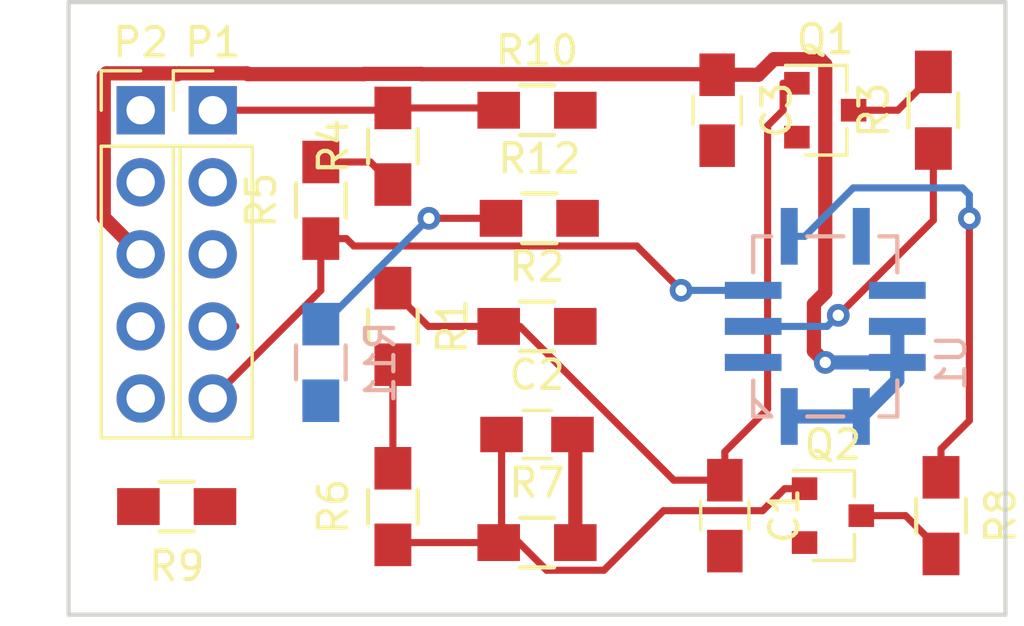
<source format=kicad_pcb>
(kicad_pcb (version 20170123) (host pcbnew no-vcs-found-7545~57~ubuntu16.04.1)

  (general
    (links 38)
    (no_connects 17)
    (area 102.794999 38.024999 135.965001 59.765001)
    (thickness 1.6)
    (drawings 5)
    (tracks 106)
    (zones 0)
    (modules 20)
    (nets 19)
  )

  (page A4)
  (layers
    (0 F.Cu signal)
    (31 B.Cu signal)
    (32 B.Adhes user)
    (33 F.Adhes user)
    (34 B.Paste user)
    (35 F.Paste user)
    (36 B.SilkS user)
    (37 F.SilkS user)
    (38 B.Mask user)
    (39 F.Mask user)
    (40 Dwgs.User user)
    (41 Cmts.User user)
    (42 Eco1.User user)
    (43 Eco2.User user)
    (44 Edge.Cuts user)
    (45 Margin user)
    (46 B.CrtYd user)
    (47 F.CrtYd user)
    (48 B.Fab user)
    (49 F.Fab user)
  )

  (setup
    (last_trace_width 0.25)
    (trace_clearance 0.2)
    (zone_clearance 0.508)
    (zone_45_only no)
    (trace_min 0.2)
    (segment_width 0.2)
    (edge_width 0.15)
    (via_size 0.8)
    (via_drill 0.4)
    (via_min_size 0.4)
    (via_min_drill 0.3)
    (uvia_size 0.3)
    (uvia_drill 0.1)
    (uvias_allowed no)
    (uvia_min_size 0.2)
    (uvia_min_drill 0.1)
    (pcb_text_width 0.3)
    (pcb_text_size 1.5 1.5)
    (mod_edge_width 0.15)
    (mod_text_size 1 1)
    (mod_text_width 0.15)
    (pad_size 1.524 1.524)
    (pad_drill 0.762)
    (pad_to_mask_clearance 0.2)
    (aux_axis_origin 0 0)
    (visible_elements 7FFFFFFF)
    (pcbplotparams
      (layerselection 0x00030_ffffffff)
      (usegerberextensions false)
      (excludeedgelayer true)
      (linewidth 0.100000)
      (plotframeref false)
      (viasonmask false)
      (mode 1)
      (useauxorigin false)
      (hpglpennumber 1)
      (hpglpenspeed 20)
      (hpglpendiameter 15)
      (psnegative false)
      (psa4output false)
      (plotreference true)
      (plotvalue true)
      (plotinvisibletext false)
      (padsonsilk false)
      (subtractmaskfromsilk false)
      (outputformat 1)
      (mirror false)
      (drillshape 0)
      (scaleselection 1)
      (outputdirectory ""))
  )

  (net 0 "")
  (net 1 "Net-(Q1-Pad3)")
  (net 2 GND)
  (net 3 "Net-(C1-Pad1)")
  (net 4 "Net-(R3-Pad1)")
  (net 5 +5V)
  (net 6 "Net-(R8-Pad1)")
  (net 7 "Net-(Q2-Pad3)")
  (net 8 /FET_DRIVE)
  (net 9 "Net-(U1-Pad1)")
  (net 10 NO2)
  (net 11 CO)
  (net 12 "Net-(U1-Pad6)")
  (net 13 NO2_SCALE_1)
  (net 14 FET)
  (net 15 CO_SCALE_1)
  (net 16 NO2_SCALE_2)
  (net 17 "Net-(P2-Pad1)")
  (net 18 CO_SCALE_2)

  (net_class Default "This is the default net class."
    (clearance 0.2)
    (trace_width 0.25)
    (via_dia 0.8)
    (via_drill 0.4)
    (uvia_dia 0.3)
    (uvia_drill 0.1)
    (add_net /FET_DRIVE)
    (add_net CO)
    (add_net CO_SCALE_1)
    (add_net CO_SCALE_2)
    (add_net FET)
    (add_net NO2)
    (add_net NO2_SCALE_1)
    (add_net NO2_SCALE_2)
    (add_net "Net-(C1-Pad1)")
    (add_net "Net-(P2-Pad1)")
    (add_net "Net-(Q1-Pad3)")
    (add_net "Net-(Q2-Pad3)")
    (add_net "Net-(R3-Pad1)")
    (add_net "Net-(R8-Pad1)")
    (add_net "Net-(U1-Pad1)")
    (add_net "Net-(U1-Pad6)")
  )

  (net_class Alimentazione ""
    (clearance 0.2)
    (trace_width 0.5)
    (via_dia 0.8)
    (via_drill 0.4)
    (uvia_dia 0.3)
    (uvia_drill 0.1)
    (add_net +5V)
    (add_net GND)
  )

  (module Resistors_SMD:R_0805_HandSoldering (layer F.Cu) (tedit 58307B90) (tstamp 589CE129)
    (at 106.68 55.88 180)
    (descr "Resistor SMD 0805, hand soldering")
    (tags "resistor 0805")
    (path /58964DF4)
    (attr smd)
    (fp_text reference R9 (at 0 -2.1 180) (layer F.SilkS)
      (effects (font (size 1 1) (thickness 0.15)))
    )
    (fp_text value 10K (at 0 2.1 180) (layer F.Fab)
      (effects (font (size 1 1) (thickness 0.15)))
    )
    (fp_line (start -1 0.625) (end -1 -0.625) (layer F.Fab) (width 0.1))
    (fp_line (start 1 0.625) (end -1 0.625) (layer F.Fab) (width 0.1))
    (fp_line (start 1 -0.625) (end 1 0.625) (layer F.Fab) (width 0.1))
    (fp_line (start -1 -0.625) (end 1 -0.625) (layer F.Fab) (width 0.1))
    (fp_line (start -2.4 -1) (end 2.4 -1) (layer F.CrtYd) (width 0.05))
    (fp_line (start -2.4 1) (end 2.4 1) (layer F.CrtYd) (width 0.05))
    (fp_line (start -2.4 -1) (end -2.4 1) (layer F.CrtYd) (width 0.05))
    (fp_line (start 2.4 -1) (end 2.4 1) (layer F.CrtYd) (width 0.05))
    (fp_line (start 0.6 0.875) (end -0.6 0.875) (layer F.SilkS) (width 0.15))
    (fp_line (start -0.6 -0.875) (end 0.6 -0.875) (layer F.SilkS) (width 0.15))
    (pad 1 smd rect (at -1.35 0 180) (size 1.5 1.3) (layers F.Cu F.Paste F.Mask)
      (net 11 CO))
    (pad 2 smd rect (at 1.35 0 180) (size 1.5 1.3) (layers F.Cu F.Paste F.Mask)
      (net 15 CO_SCALE_1))
    (model Resistors_SMD.3dshapes/R_0805_HandSoldering.wrl
      (at (xyz 0 0 0))
      (scale (xyz 1 1 1))
      (rotate (xyz 0 0 0))
    )
  )

  (module Resistors_SMD:R_0805_HandSoldering (layer F.Cu) (tedit 58307B90) (tstamp 589CE0FC)
    (at 133.62 56.2 270)
    (descr "Resistor SMD 0805, hand soldering")
    (tags "resistor 0805")
    (path /589649E9)
    (attr smd)
    (fp_text reference R8 (at 0 -2.1 270) (layer F.SilkS)
      (effects (font (size 1 1) (thickness 0.15)))
    )
    (fp_text value R82 (at 0 2.1 270) (layer F.Fab)
      (effects (font (size 1 1) (thickness 0.15)))
    )
    (fp_line (start -0.6 -0.875) (end 0.6 -0.875) (layer F.SilkS) (width 0.15))
    (fp_line (start 0.6 0.875) (end -0.6 0.875) (layer F.SilkS) (width 0.15))
    (fp_line (start 2.4 -1) (end 2.4 1) (layer F.CrtYd) (width 0.05))
    (fp_line (start -2.4 -1) (end -2.4 1) (layer F.CrtYd) (width 0.05))
    (fp_line (start -2.4 1) (end 2.4 1) (layer F.CrtYd) (width 0.05))
    (fp_line (start -2.4 -1) (end 2.4 -1) (layer F.CrtYd) (width 0.05))
    (fp_line (start -1 -0.625) (end 1 -0.625) (layer F.Fab) (width 0.1))
    (fp_line (start 1 -0.625) (end 1 0.625) (layer F.Fab) (width 0.1))
    (fp_line (start 1 0.625) (end -1 0.625) (layer F.Fab) (width 0.1))
    (fp_line (start -1 0.625) (end -1 -0.625) (layer F.Fab) (width 0.1))
    (pad 2 smd rect (at 1.35 0 270) (size 1.5 1.3) (layers F.Cu F.Paste F.Mask)
      (net 7 "Net-(Q2-Pad3)"))
    (pad 1 smd rect (at -1.35 0 270) (size 1.5 1.3) (layers F.Cu F.Paste F.Mask)
      (net 6 "Net-(R8-Pad1)"))
    (model Resistors_SMD.3dshapes/R_0805_HandSoldering.wrl
      (at (xyz 0 0 0))
      (scale (xyz 1 1 1))
      (rotate (xyz 0 0 0))
    )
  )

  (module Resistors_SMD:R_0805_HandSoldering (layer F.Cu) (tedit 58307B90) (tstamp 589CE0CF)
    (at 119.38 57.15)
    (descr "Resistor SMD 0805, hand soldering")
    (tags "resistor 0805")
    (path /58976B86)
    (attr smd)
    (fp_text reference R7 (at 0 -2.1) (layer F.SilkS)
      (effects (font (size 1 1) (thickness 0.15)))
    )
    (fp_text value 10K (at 0 2.1) (layer F.Fab)
      (effects (font (size 1 1) (thickness 0.15)))
    )
    (fp_line (start -1 0.625) (end -1 -0.625) (layer F.Fab) (width 0.1))
    (fp_line (start 1 0.625) (end -1 0.625) (layer F.Fab) (width 0.1))
    (fp_line (start 1 -0.625) (end 1 0.625) (layer F.Fab) (width 0.1))
    (fp_line (start -1 -0.625) (end 1 -0.625) (layer F.Fab) (width 0.1))
    (fp_line (start -2.4 -1) (end 2.4 -1) (layer F.CrtYd) (width 0.05))
    (fp_line (start -2.4 1) (end 2.4 1) (layer F.CrtYd) (width 0.05))
    (fp_line (start -2.4 -1) (end -2.4 1) (layer F.CrtYd) (width 0.05))
    (fp_line (start 2.4 -1) (end 2.4 1) (layer F.CrtYd) (width 0.05))
    (fp_line (start 0.6 0.875) (end -0.6 0.875) (layer F.SilkS) (width 0.15))
    (fp_line (start -0.6 -0.875) (end 0.6 -0.875) (layer F.SilkS) (width 0.15))
    (pad 1 smd rect (at -1.35 0) (size 1.5 1.3) (layers F.Cu F.Paste F.Mask)
      (net 8 /FET_DRIVE))
    (pad 2 smd rect (at 1.35 0) (size 1.5 1.3) (layers F.Cu F.Paste F.Mask)
      (net 2 GND))
    (model Resistors_SMD.3dshapes/R_0805_HandSoldering.wrl
      (at (xyz 0 0 0))
      (scale (xyz 1 1 1))
      (rotate (xyz 0 0 0))
    )
  )

  (module Resistors_SMD:R_0805_HandSoldering (layer F.Cu) (tedit 58307B90) (tstamp 589CE0A2)
    (at 111.76 45.085 90)
    (descr "Resistor SMD 0805, hand soldering")
    (tags "resistor 0805")
    (path /5890F969)
    (attr smd)
    (fp_text reference R5 (at 0 -2.1 90) (layer F.SilkS)
      (effects (font (size 1 1) (thickness 0.15)))
    )
    (fp_text value 10K (at 0 2.1 90) (layer F.Fab)
      (effects (font (size 1 1) (thickness 0.15)))
    )
    (fp_line (start -0.6 -0.875) (end 0.6 -0.875) (layer F.SilkS) (width 0.15))
    (fp_line (start 0.6 0.875) (end -0.6 0.875) (layer F.SilkS) (width 0.15))
    (fp_line (start 2.4 -1) (end 2.4 1) (layer F.CrtYd) (width 0.05))
    (fp_line (start -2.4 -1) (end -2.4 1) (layer F.CrtYd) (width 0.05))
    (fp_line (start -2.4 1) (end 2.4 1) (layer F.CrtYd) (width 0.05))
    (fp_line (start -2.4 -1) (end 2.4 -1) (layer F.CrtYd) (width 0.05))
    (fp_line (start -1 -0.625) (end 1 -0.625) (layer F.Fab) (width 0.1))
    (fp_line (start 1 -0.625) (end 1 0.625) (layer F.Fab) (width 0.1))
    (fp_line (start 1 0.625) (end -1 0.625) (layer F.Fab) (width 0.1))
    (fp_line (start -1 0.625) (end -1 -0.625) (layer F.Fab) (width 0.1))
    (pad 2 smd rect (at 1.35 0 90) (size 1.5 1.3) (layers F.Cu F.Paste F.Mask)
      (net 13 NO2_SCALE_1))
    (pad 1 smd rect (at -1.35 0 90) (size 1.5 1.3) (layers F.Cu F.Paste F.Mask)
      (net 10 NO2))
    (model Resistors_SMD.3dshapes/R_0805_HandSoldering.wrl
      (at (xyz 0 0 0))
      (scale (xyz 1 1 1))
      (rotate (xyz 0 0 0))
    )
  )

  (module Resistors_SMD:R_0805_HandSoldering (layer F.Cu) (tedit 58307B90) (tstamp 589CE075)
    (at 133.35 41.91 90)
    (descr "Resistor SMD 0805, hand soldering")
    (tags "resistor 0805")
    (path /5890F2A0)
    (attr smd)
    (fp_text reference R3 (at 0 -2.1 90) (layer F.SilkS)
      (effects (font (size 1 1) (thickness 0.15)))
    )
    (fp_text value 75R (at 0 2.1 90) (layer F.Fab)
      (effects (font (size 1 1) (thickness 0.15)))
    )
    (fp_line (start -1 0.625) (end -1 -0.625) (layer F.Fab) (width 0.1))
    (fp_line (start 1 0.625) (end -1 0.625) (layer F.Fab) (width 0.1))
    (fp_line (start 1 -0.625) (end 1 0.625) (layer F.Fab) (width 0.1))
    (fp_line (start -1 -0.625) (end 1 -0.625) (layer F.Fab) (width 0.1))
    (fp_line (start -2.4 -1) (end 2.4 -1) (layer F.CrtYd) (width 0.05))
    (fp_line (start -2.4 1) (end 2.4 1) (layer F.CrtYd) (width 0.05))
    (fp_line (start -2.4 -1) (end -2.4 1) (layer F.CrtYd) (width 0.05))
    (fp_line (start 2.4 -1) (end 2.4 1) (layer F.CrtYd) (width 0.05))
    (fp_line (start 0.6 0.875) (end -0.6 0.875) (layer F.SilkS) (width 0.15))
    (fp_line (start -0.6 -0.875) (end 0.6 -0.875) (layer F.SilkS) (width 0.15))
    (pad 1 smd rect (at -1.35 0 90) (size 1.5 1.3) (layers F.Cu F.Paste F.Mask)
      (net 4 "Net-(R3-Pad1)"))
    (pad 2 smd rect (at 1.35 0 90) (size 1.5 1.3) (layers F.Cu F.Paste F.Mask)
      (net 1 "Net-(Q1-Pad3)"))
    (model Resistors_SMD.3dshapes/R_0805_HandSoldering.wrl
      (at (xyz 0 0 0))
      (scale (xyz 1 1 1))
      (rotate (xyz 0 0 0))
    )
  )

  (module Resistors_SMD:R_0805_HandSoldering (layer F.Cu) (tedit 58307B90) (tstamp 589CE048)
    (at 119.38 49.53)
    (descr "Resistor SMD 0805, hand soldering")
    (tags "resistor 0805")
    (path /5890FD1B)
    (attr smd)
    (fp_text reference R2 (at 0 -2.1) (layer F.SilkS)
      (effects (font (size 1 1) (thickness 0.15)))
    )
    (fp_text value 10K (at 0 2.1) (layer F.Fab)
      (effects (font (size 1 1) (thickness 0.15)))
    )
    (fp_line (start -0.6 -0.875) (end 0.6 -0.875) (layer F.SilkS) (width 0.15))
    (fp_line (start 0.6 0.875) (end -0.6 0.875) (layer F.SilkS) (width 0.15))
    (fp_line (start 2.4 -1) (end 2.4 1) (layer F.CrtYd) (width 0.05))
    (fp_line (start -2.4 -1) (end -2.4 1) (layer F.CrtYd) (width 0.05))
    (fp_line (start -2.4 1) (end 2.4 1) (layer F.CrtYd) (width 0.05))
    (fp_line (start -2.4 -1) (end 2.4 -1) (layer F.CrtYd) (width 0.05))
    (fp_line (start -1 -0.625) (end 1 -0.625) (layer F.Fab) (width 0.1))
    (fp_line (start 1 -0.625) (end 1 0.625) (layer F.Fab) (width 0.1))
    (fp_line (start 1 0.625) (end -1 0.625) (layer F.Fab) (width 0.1))
    (fp_line (start -1 0.625) (end -1 -0.625) (layer F.Fab) (width 0.1))
    (pad 2 smd rect (at 1.35 0) (size 1.5 1.3) (layers F.Cu F.Paste F.Mask)
      (net 2 GND))
    (pad 1 smd rect (at -1.35 0) (size 1.5 1.3) (layers F.Cu F.Paste F.Mask)
      (net 3 "Net-(C1-Pad1)"))
    (model Resistors_SMD.3dshapes/R_0805_HandSoldering.wrl
      (at (xyz 0 0 0))
      (scale (xyz 1 1 1))
      (rotate (xyz 0 0 0))
    )
  )

  (module Resistors_SMD:R_0805_HandSoldering (layer F.Cu) (tedit 58307B90) (tstamp 589CE01B)
    (at 114.3 49.53 270)
    (descr "Resistor SMD 0805, hand soldering")
    (tags "resistor 0805")
    (path /5890FCDD)
    (attr smd)
    (fp_text reference R1 (at 0 -2.1 270) (layer F.SilkS)
      (effects (font (size 1 1) (thickness 0.15)))
    )
    (fp_text value 330 (at 0 2.1 270) (layer F.Fab)
      (effects (font (size 1 1) (thickness 0.15)))
    )
    (fp_line (start -1 0.625) (end -1 -0.625) (layer F.Fab) (width 0.1))
    (fp_line (start 1 0.625) (end -1 0.625) (layer F.Fab) (width 0.1))
    (fp_line (start 1 -0.625) (end 1 0.625) (layer F.Fab) (width 0.1))
    (fp_line (start -1 -0.625) (end 1 -0.625) (layer F.Fab) (width 0.1))
    (fp_line (start -2.4 -1) (end 2.4 -1) (layer F.CrtYd) (width 0.05))
    (fp_line (start -2.4 1) (end 2.4 1) (layer F.CrtYd) (width 0.05))
    (fp_line (start -2.4 -1) (end -2.4 1) (layer F.CrtYd) (width 0.05))
    (fp_line (start 2.4 -1) (end 2.4 1) (layer F.CrtYd) (width 0.05))
    (fp_line (start 0.6 0.875) (end -0.6 0.875) (layer F.SilkS) (width 0.15))
    (fp_line (start -0.6 -0.875) (end 0.6 -0.875) (layer F.SilkS) (width 0.15))
    (pad 1 smd rect (at -1.35 0 270) (size 1.5 1.3) (layers F.Cu F.Paste F.Mask)
      (net 3 "Net-(C1-Pad1)"))
    (pad 2 smd rect (at 1.35 0 270) (size 1.5 1.3) (layers F.Cu F.Paste F.Mask)
      (net 14 FET))
    (model Resistors_SMD.3dshapes/R_0805_HandSoldering.wrl
      (at (xyz 0 0 0))
      (scale (xyz 1 1 1))
      (rotate (xyz 0 0 0))
    )
  )

  (module Resistors_SMD:R_0805_HandSoldering (layer F.Cu) (tedit 58307B90) (tstamp 589CDFEE)
    (at 114.3 55.88 90)
    (descr "Resistor SMD 0805, hand soldering")
    (tags "resistor 0805")
    (path /58976B80)
    (attr smd)
    (fp_text reference R6 (at 0 -2.1 90) (layer F.SilkS)
      (effects (font (size 1 1) (thickness 0.15)))
    )
    (fp_text value 330 (at 0 2.1 90) (layer F.Fab)
      (effects (font (size 1 1) (thickness 0.15)))
    )
    (fp_line (start -0.6 -0.875) (end 0.6 -0.875) (layer F.SilkS) (width 0.15))
    (fp_line (start 0.6 0.875) (end -0.6 0.875) (layer F.SilkS) (width 0.15))
    (fp_line (start 2.4 -1) (end 2.4 1) (layer F.CrtYd) (width 0.05))
    (fp_line (start -2.4 -1) (end -2.4 1) (layer F.CrtYd) (width 0.05))
    (fp_line (start -2.4 1) (end 2.4 1) (layer F.CrtYd) (width 0.05))
    (fp_line (start -2.4 -1) (end 2.4 -1) (layer F.CrtYd) (width 0.05))
    (fp_line (start -1 -0.625) (end 1 -0.625) (layer F.Fab) (width 0.1))
    (fp_line (start 1 -0.625) (end 1 0.625) (layer F.Fab) (width 0.1))
    (fp_line (start 1 0.625) (end -1 0.625) (layer F.Fab) (width 0.1))
    (fp_line (start -1 0.625) (end -1 -0.625) (layer F.Fab) (width 0.1))
    (pad 2 smd rect (at 1.35 0 90) (size 1.5 1.3) (layers F.Cu F.Paste F.Mask)
      (net 14 FET))
    (pad 1 smd rect (at -1.35 0 90) (size 1.5 1.3) (layers F.Cu F.Paste F.Mask)
      (net 8 /FET_DRIVE))
    (model Resistors_SMD.3dshapes/R_0805_HandSoldering.wrl
      (at (xyz 0 0 0))
      (scale (xyz 1 1 1))
      (rotate (xyz 0 0 0))
    )
  )

  (module rmap:MICS-4514 (layer B.Cu) (tedit 589B7E47) (tstamp 589A40E1)
    (at 129.54 49.53 90)
    (path /589648C3)
    (fp_text reference U1 (at -1.27 4.445 90) (layer B.SilkS)
      (effects (font (size 1 1) (thickness 0.15)) (justify mirror))
    )
    (fp_text value MICS-4514 (at 0 -5.08 90) (layer B.Fab)
      (effects (font (size 1 1) (thickness 0.15)) (justify mirror))
    )
    (fp_line (start -3.175 1.905) (end -3.175 2.54) (layer B.SilkS) (width 0.15))
    (fp_line (start 3.175 2.54) (end 3.175 1.905) (layer B.SilkS) (width 0.15))
    (fp_line (start 3.175 0.635) (end 3.175 -0.635) (layer B.SilkS) (width 0.15))
    (fp_line (start -3.175 0.635) (end -3.175 -0.635) (layer B.SilkS) (width 0.15))
    (fp_line (start -3.175 -1.905) (end -3.175 -2.54) (layer B.SilkS) (width 0.15))
    (fp_line (start 3.175 -1.905) (end 3.175 -2.54) (layer B.SilkS) (width 0.15))
    (fp_line (start -3.175 2.54) (end -1.905 2.54) (layer B.SilkS) (width 0.15))
    (fp_line (start -3.175 -2.54) (end -1.905 -2.54) (layer B.SilkS) (width 0.15))
    (fp_line (start 1.905 2.54) (end 3.175 2.54) (layer B.SilkS) (width 0.15))
    (fp_line (start 3.175 -2.54) (end 1.905 -2.54) (layer B.SilkS) (width 0.15))
    (fp_line (start -3.175 -1.905) (end -2.54 -2.54) (layer B.SilkS) (width 0.15))
    (fp_line (start -2.54 -2.54) (end -2.54 -2.54) (layer B.SilkS) (width 0.15))
    (pad 1 smd rect (at -1.27 -2.54 90) (size 0.6 2) (layers B.Cu B.Paste B.Mask)
      (net 9 "Net-(U1-Pad1)"))
    (pad 2 smd rect (at 0 -2.54 90) (size 0.6 2) (layers B.Cu B.Paste B.Mask)
      (net 4 "Net-(R3-Pad1)"))
    (pad 3 smd rect (at 1.27 -2.54 90) (size 0.6 2) (layers B.Cu B.Paste B.Mask)
      (net 10 NO2))
    (pad 4 smd rect (at 3.175 -1.27) (size 0.6 2) (layers B.Cu B.Paste B.Mask)
      (net 6 "Net-(R8-Pad1)"))
    (pad 5 smd rect (at 3.175 1.27) (size 0.6 2) (layers B.Cu B.Paste B.Mask)
      (net 11 CO))
    (pad 6 smd rect (at 1.27 2.54 90) (size 0.6 2) (layers B.Cu B.Paste B.Mask)
      (net 12 "Net-(U1-Pad6)"))
    (pad 7 smd rect (at 0 2.54 90) (size 0.6 2) (layers B.Cu B.Paste B.Mask)
      (net 5 +5V))
    (pad 8 smd rect (at -1.27 2.54 90) (size 0.6 2) (layers B.Cu B.Paste B.Mask)
      (net 5 +5V))
    (pad 9 smd rect (at -3.175 1.27) (size 0.6 2) (layers B.Cu B.Paste B.Mask)
      (net 5 +5V))
    (pad 10 smd rect (at -3.175 -1.27) (size 0.6 2) (layers B.Cu B.Paste B.Mask)
      (net 5 +5V))
  )

  (module Capacitors_SMD:C_0805_HandSoldering (layer F.Cu) (tedit 541A9B8D) (tstamp 589A3A45)
    (at 126 56.2 270)
    (descr "Capacitor SMD 0805, hand soldering")
    (tags "capacitor 0805")
    (path /5890FD7D)
    (attr smd)
    (fp_text reference C1 (at 0 -2.1 270) (layer F.SilkS)
      (effects (font (size 1 1) (thickness 0.15)))
    )
    (fp_text value 10n (at 0 2.1 270) (layer F.Fab)
      (effects (font (size 1 1) (thickness 0.15)))
    )
    (fp_line (start -0.5 0.85) (end 0.5 0.85) (layer F.SilkS) (width 0.12))
    (fp_line (start 0.5 -0.85) (end -0.5 -0.85) (layer F.SilkS) (width 0.12))
    (fp_line (start 2.3 -1) (end 2.3 1) (layer F.CrtYd) (width 0.05))
    (fp_line (start -2.3 -1) (end -2.3 1) (layer F.CrtYd) (width 0.05))
    (fp_line (start -2.3 1) (end 2.3 1) (layer F.CrtYd) (width 0.05))
    (fp_line (start -2.3 -1) (end 2.3 -1) (layer F.CrtYd) (width 0.05))
    (fp_line (start -1 -0.625) (end 1 -0.625) (layer F.Fab) (width 0.1))
    (fp_line (start 1 -0.625) (end 1 0.625) (layer F.Fab) (width 0.1))
    (fp_line (start 1 0.625) (end -1 0.625) (layer F.Fab) (width 0.1))
    (fp_line (start -1 0.625) (end -1 -0.625) (layer F.Fab) (width 0.1))
    (pad 2 smd rect (at 1.25 0 270) (size 1.5 1.25) (layers F.Cu F.Paste F.Mask)
      (net 2 GND))
    (pad 1 smd rect (at -1.25 0 270) (size 1.5 1.25) (layers F.Cu F.Paste F.Mask)
      (net 3 "Net-(C1-Pad1)"))
    (model Capacitors_SMD.3dshapes/C_0805_HandSoldering.wrl
      (at (xyz 0 0 0))
      (scale (xyz 1 1 1))
      (rotate (xyz 0 0 0))
    )
  )

  (module Capacitors_SMD:C_0805_HandSoldering (layer F.Cu) (tedit 541A9B8D) (tstamp 589A3A55)
    (at 119.38 53.34)
    (descr "Capacitor SMD 0805, hand soldering")
    (tags "capacitor 0805")
    (path /58976B8C)
    (attr smd)
    (fp_text reference C2 (at 0 -2.1) (layer F.SilkS)
      (effects (font (size 1 1) (thickness 0.15)))
    )
    (fp_text value 10n (at 0 2.1) (layer F.Fab)
      (effects (font (size 1 1) (thickness 0.15)))
    )
    (fp_line (start -0.5 0.85) (end 0.5 0.85) (layer F.SilkS) (width 0.12))
    (fp_line (start 0.5 -0.85) (end -0.5 -0.85) (layer F.SilkS) (width 0.12))
    (fp_line (start 2.3 -1) (end 2.3 1) (layer F.CrtYd) (width 0.05))
    (fp_line (start -2.3 -1) (end -2.3 1) (layer F.CrtYd) (width 0.05))
    (fp_line (start -2.3 1) (end 2.3 1) (layer F.CrtYd) (width 0.05))
    (fp_line (start -2.3 -1) (end 2.3 -1) (layer F.CrtYd) (width 0.05))
    (fp_line (start -1 -0.625) (end 1 -0.625) (layer F.Fab) (width 0.1))
    (fp_line (start 1 -0.625) (end 1 0.625) (layer F.Fab) (width 0.1))
    (fp_line (start 1 0.625) (end -1 0.625) (layer F.Fab) (width 0.1))
    (fp_line (start -1 0.625) (end -1 -0.625) (layer F.Fab) (width 0.1))
    (pad 2 smd rect (at 1.25 0) (size 1.5 1.25) (layers F.Cu F.Paste F.Mask)
      (net 2 GND))
    (pad 1 smd rect (at -1.25 0) (size 1.5 1.25) (layers F.Cu F.Paste F.Mask)
      (net 8 /FET_DRIVE))
    (model Capacitors_SMD.3dshapes/C_0805_HandSoldering.wrl
      (at (xyz 0 0 0))
      (scale (xyz 1 1 1))
      (rotate (xyz 0 0 0))
    )
  )

  (module Capacitors_SMD:C_0805_HandSoldering (layer F.Cu) (tedit 541A9B8D) (tstamp 589A3A65)
    (at 125.73 41.91 270)
    (descr "Capacitor SMD 0805, hand soldering")
    (tags "capacitor 0805")
    (path /5898F3FA)
    (attr smd)
    (fp_text reference C3 (at 0 -2.1 270) (layer F.SilkS)
      (effects (font (size 1 1) (thickness 0.15)))
    )
    (fp_text value C (at 0 2.1 270) (layer F.Fab)
      (effects (font (size 1 1) (thickness 0.15)))
    )
    (fp_line (start -1 0.625) (end -1 -0.625) (layer F.Fab) (width 0.1))
    (fp_line (start 1 0.625) (end -1 0.625) (layer F.Fab) (width 0.1))
    (fp_line (start 1 -0.625) (end 1 0.625) (layer F.Fab) (width 0.1))
    (fp_line (start -1 -0.625) (end 1 -0.625) (layer F.Fab) (width 0.1))
    (fp_line (start -2.3 -1) (end 2.3 -1) (layer F.CrtYd) (width 0.05))
    (fp_line (start -2.3 1) (end 2.3 1) (layer F.CrtYd) (width 0.05))
    (fp_line (start -2.3 -1) (end -2.3 1) (layer F.CrtYd) (width 0.05))
    (fp_line (start 2.3 -1) (end 2.3 1) (layer F.CrtYd) (width 0.05))
    (fp_line (start 0.5 -0.85) (end -0.5 -0.85) (layer F.SilkS) (width 0.12))
    (fp_line (start -0.5 0.85) (end 0.5 0.85) (layer F.SilkS) (width 0.12))
    (pad 1 smd rect (at -1.25 0 270) (size 1.5 1.25) (layers F.Cu F.Paste F.Mask)
      (net 5 +5V))
    (pad 2 smd rect (at 1.25 0 270) (size 1.5 1.25) (layers F.Cu F.Paste F.Mask)
      (net 2 GND))
    (model Capacitors_SMD.3dshapes/C_0805_HandSoldering.wrl
      (at (xyz 0 0 0))
      (scale (xyz 1 1 1))
      (rotate (xyz 0 0 0))
    )
  )

  (module Pin_Headers:Pin_Header_Straight_1x05_Pitch2.54mm (layer F.Cu) (tedit 5862ED52) (tstamp 589A3A7C)
    (at 107.95 41.91)
    (descr "Through hole straight pin header, 1x05, 2.54mm pitch, single row")
    (tags "Through hole pin header THT 1x05 2.54mm single row")
    (path /589A98FF)
    (fp_text reference P1 (at 0 -2.39) (layer F.SilkS)
      (effects (font (size 1 1) (thickness 0.15)))
    )
    (fp_text value CONN_01X05 (at 0 12.55) (layer F.Fab)
      (effects (font (size 1 1) (thickness 0.15)))
    )
    (fp_line (start 1.6 -1.6) (end -1.6 -1.6) (layer F.CrtYd) (width 0.05))
    (fp_line (start 1.6 11.7) (end 1.6 -1.6) (layer F.CrtYd) (width 0.05))
    (fp_line (start -1.6 11.7) (end 1.6 11.7) (layer F.CrtYd) (width 0.05))
    (fp_line (start -1.6 -1.6) (end -1.6 11.7) (layer F.CrtYd) (width 0.05))
    (fp_line (start -1.39 -1.39) (end 0 -1.39) (layer F.SilkS) (width 0.12))
    (fp_line (start -1.39 0) (end -1.39 -1.39) (layer F.SilkS) (width 0.12))
    (fp_line (start 1.39 1.27) (end -1.39 1.27) (layer F.SilkS) (width 0.12))
    (fp_line (start 1.39 11.55) (end 1.39 1.27) (layer F.SilkS) (width 0.12))
    (fp_line (start -1.39 11.55) (end 1.39 11.55) (layer F.SilkS) (width 0.12))
    (fp_line (start -1.39 1.27) (end -1.39 11.55) (layer F.SilkS) (width 0.12))
    (fp_line (start 1.27 -1.27) (end -1.27 -1.27) (layer F.Fab) (width 0.1))
    (fp_line (start 1.27 11.43) (end 1.27 -1.27) (layer F.Fab) (width 0.1))
    (fp_line (start -1.27 11.43) (end 1.27 11.43) (layer F.Fab) (width 0.1))
    (fp_line (start -1.27 -1.27) (end -1.27 11.43) (layer F.Fab) (width 0.1))
    (pad 5 thru_hole oval (at 0 10.16) (size 1.7 1.7) (drill 1) (layers *.Cu *.Mask)
      (net 10 NO2))
    (pad 4 thru_hole oval (at 0 7.62) (size 1.7 1.7) (drill 1) (layers *.Cu *.Mask)
      (net 11 CO))
    (pad 3 thru_hole oval (at 0 5.08) (size 1.7 1.7) (drill 1) (layers *.Cu *.Mask)
      (net 18 CO_SCALE_2))
    (pad 2 thru_hole oval (at 0 2.54) (size 1.7 1.7) (drill 1) (layers *.Cu *.Mask)
      (net 15 CO_SCALE_1))
    (pad 1 thru_hole rect (at 0 0) (size 1.7 1.7) (drill 1) (layers *.Cu *.Mask)
      (net 16 NO2_SCALE_2))
    (model Pin_Headers.3dshapes/Pin_Header_Straight_1x05_Pitch2.54mm.wrl
      (at (xyz 0 -0.2 0))
      (scale (xyz 1 1 1))
      (rotate (xyz 0 0 90))
    )
  )

  (module Pin_Headers:Pin_Header_Straight_1x05_Pitch2.54mm (layer F.Cu) (tedit 5862ED52) (tstamp 589A3A93)
    (at 105.41 41.91)
    (descr "Through hole straight pin header, 1x05, 2.54mm pitch, single row")
    (tags "Through hole pin header THT 1x05 2.54mm single row")
    (path /589A99A7)
    (fp_text reference P2 (at 0 -2.39) (layer F.SilkS)
      (effects (font (size 1 1) (thickness 0.15)))
    )
    (fp_text value CONN_01X05 (at 0 12.55) (layer F.Fab)
      (effects (font (size 1 1) (thickness 0.15)))
    )
    (fp_line (start -1.27 -1.27) (end -1.27 11.43) (layer F.Fab) (width 0.1))
    (fp_line (start -1.27 11.43) (end 1.27 11.43) (layer F.Fab) (width 0.1))
    (fp_line (start 1.27 11.43) (end 1.27 -1.27) (layer F.Fab) (width 0.1))
    (fp_line (start 1.27 -1.27) (end -1.27 -1.27) (layer F.Fab) (width 0.1))
    (fp_line (start -1.39 1.27) (end -1.39 11.55) (layer F.SilkS) (width 0.12))
    (fp_line (start -1.39 11.55) (end 1.39 11.55) (layer F.SilkS) (width 0.12))
    (fp_line (start 1.39 11.55) (end 1.39 1.27) (layer F.SilkS) (width 0.12))
    (fp_line (start 1.39 1.27) (end -1.39 1.27) (layer F.SilkS) (width 0.12))
    (fp_line (start -1.39 0) (end -1.39 -1.39) (layer F.SilkS) (width 0.12))
    (fp_line (start -1.39 -1.39) (end 0 -1.39) (layer F.SilkS) (width 0.12))
    (fp_line (start -1.6 -1.6) (end -1.6 11.7) (layer F.CrtYd) (width 0.05))
    (fp_line (start -1.6 11.7) (end 1.6 11.7) (layer F.CrtYd) (width 0.05))
    (fp_line (start 1.6 11.7) (end 1.6 -1.6) (layer F.CrtYd) (width 0.05))
    (fp_line (start 1.6 -1.6) (end -1.6 -1.6) (layer F.CrtYd) (width 0.05))
    (pad 1 thru_hole rect (at 0 0) (size 1.7 1.7) (drill 1) (layers *.Cu *.Mask)
      (net 17 "Net-(P2-Pad1)"))
    (pad 2 thru_hole oval (at 0 2.54) (size 1.7 1.7) (drill 1) (layers *.Cu *.Mask)
      (net 2 GND))
    (pad 3 thru_hole oval (at 0 5.08) (size 1.7 1.7) (drill 1) (layers *.Cu *.Mask)
      (net 5 +5V))
    (pad 4 thru_hole oval (at 0 7.62) (size 1.7 1.7) (drill 1) (layers *.Cu *.Mask)
      (net 14 FET))
    (pad 5 thru_hole oval (at 0 10.16) (size 1.7 1.7) (drill 1) (layers *.Cu *.Mask)
      (net 13 NO2_SCALE_1))
    (model Pin_Headers.3dshapes/Pin_Header_Straight_1x05_Pitch2.54mm.wrl
      (at (xyz 0 -0.2 0))
      (scale (xyz 1 1 1))
      (rotate (xyz 0 0 90))
    )
  )

  (module TO_SOT_Packages_SMD:SOT-23 (layer F.Cu) (tedit 5883B105) (tstamp 589A3AA7)
    (at 129.54 41.91)
    (descr "SOT-23, Standard")
    (tags SOT-23)
    (path /5890F594)
    (attr smd)
    (fp_text reference Q1 (at 0 -2.5) (layer F.SilkS)
      (effects (font (size 1 1) (thickness 0.15)))
    )
    (fp_text value 2N7002 (at 0 2.5) (layer F.Fab)
      (effects (font (size 1 1) (thickness 0.15)))
    )
    (fp_line (start 0.76 1.58) (end -0.7 1.58) (layer F.SilkS) (width 0.12))
    (fp_line (start 0.76 -1.58) (end -1.4 -1.58) (layer F.SilkS) (width 0.12))
    (fp_line (start -1.7 1.75) (end -1.7 -1.75) (layer F.CrtYd) (width 0.05))
    (fp_line (start 1.7 1.75) (end -1.7 1.75) (layer F.CrtYd) (width 0.05))
    (fp_line (start 1.7 -1.75) (end 1.7 1.75) (layer F.CrtYd) (width 0.05))
    (fp_line (start -1.7 -1.75) (end 1.7 -1.75) (layer F.CrtYd) (width 0.05))
    (fp_line (start 0.76 -1.58) (end 0.76 -0.65) (layer F.SilkS) (width 0.12))
    (fp_line (start 0.76 1.58) (end 0.76 0.65) (layer F.SilkS) (width 0.12))
    (fp_line (start -0.7 1.52) (end 0.7 1.52) (layer F.Fab) (width 0.1))
    (fp_line (start 0.7 -1.52) (end 0.7 1.52) (layer F.Fab) (width 0.1))
    (fp_line (start -0.7 -0.95) (end -0.15 -1.52) (layer F.Fab) (width 0.1))
    (fp_line (start -0.15 -1.52) (end 0.7 -1.52) (layer F.Fab) (width 0.1))
    (fp_line (start -0.7 -0.95) (end -0.7 1.5) (layer F.Fab) (width 0.1))
    (pad 3 smd rect (at 1 0) (size 0.9 0.8) (layers F.Cu F.Paste F.Mask)
      (net 1 "Net-(Q1-Pad3)"))
    (pad 2 smd rect (at -1 0.95) (size 0.9 0.8) (layers F.Cu F.Paste F.Mask)
      (net 2 GND))
    (pad 1 smd rect (at -1 -0.95) (size 0.9 0.8) (layers F.Cu F.Paste F.Mask)
      (net 3 "Net-(C1-Pad1)"))
    (model TO_SOT_Packages_SMD.3dshapes/SOT-23.wrl
      (at (xyz 0 0 0))
      (scale (xyz 1 1 1))
      (rotate (xyz 0 0 90))
    )
  )

  (module TO_SOT_Packages_SMD:SOT-23 (layer F.Cu) (tedit 5883B105) (tstamp 589A3ABB)
    (at 129.81 56.2)
    (descr "SOT-23, Standard")
    (tags SOT-23)
    (path /58976B71)
    (attr smd)
    (fp_text reference Q2 (at 0 -2.5) (layer F.SilkS)
      (effects (font (size 1 1) (thickness 0.15)))
    )
    (fp_text value 2N7002 (at 0 2.5) (layer F.Fab)
      (effects (font (size 1 1) (thickness 0.15)))
    )
    (fp_line (start -0.7 -0.95) (end -0.7 1.5) (layer F.Fab) (width 0.1))
    (fp_line (start -0.15 -1.52) (end 0.7 -1.52) (layer F.Fab) (width 0.1))
    (fp_line (start -0.7 -0.95) (end -0.15 -1.52) (layer F.Fab) (width 0.1))
    (fp_line (start 0.7 -1.52) (end 0.7 1.52) (layer F.Fab) (width 0.1))
    (fp_line (start -0.7 1.52) (end 0.7 1.52) (layer F.Fab) (width 0.1))
    (fp_line (start 0.76 1.58) (end 0.76 0.65) (layer F.SilkS) (width 0.12))
    (fp_line (start 0.76 -1.58) (end 0.76 -0.65) (layer F.SilkS) (width 0.12))
    (fp_line (start -1.7 -1.75) (end 1.7 -1.75) (layer F.CrtYd) (width 0.05))
    (fp_line (start 1.7 -1.75) (end 1.7 1.75) (layer F.CrtYd) (width 0.05))
    (fp_line (start 1.7 1.75) (end -1.7 1.75) (layer F.CrtYd) (width 0.05))
    (fp_line (start -1.7 1.75) (end -1.7 -1.75) (layer F.CrtYd) (width 0.05))
    (fp_line (start 0.76 -1.58) (end -1.4 -1.58) (layer F.SilkS) (width 0.12))
    (fp_line (start 0.76 1.58) (end -0.7 1.58) (layer F.SilkS) (width 0.12))
    (pad 1 smd rect (at -1 -0.95) (size 0.9 0.8) (layers F.Cu F.Paste F.Mask)
      (net 8 /FET_DRIVE))
    (pad 2 smd rect (at -1 0.95) (size 0.9 0.8) (layers F.Cu F.Paste F.Mask)
      (net 2 GND))
    (pad 3 smd rect (at 1 0) (size 0.9 0.8) (layers F.Cu F.Paste F.Mask)
      (net 7 "Net-(Q2-Pad3)"))
    (model TO_SOT_Packages_SMD.3dshapes/SOT-23.wrl
      (at (xyz 0 0 0))
      (scale (xyz 1 1 1))
      (rotate (xyz 0 0 90))
    )
  )

  (module Resistors_SMD:R_0805_HandSoldering (layer F.Cu) (tedit 58307B90) (tstamp 589A3AFB)
    (at 114.3 43.18 90)
    (descr "Resistor SMD 0805, hand soldering")
    (tags "resistor 0805")
    (path /589A602E)
    (attr smd)
    (fp_text reference R4 (at 0 -2.1 90) (layer F.SilkS)
      (effects (font (size 1 1) (thickness 0.15)))
    )
    (fp_text value 100K (at 0 2.1 90) (layer F.Fab)
      (effects (font (size 1 1) (thickness 0.15)))
    )
    (fp_line (start -0.6 -0.875) (end 0.6 -0.875) (layer F.SilkS) (width 0.15))
    (fp_line (start 0.6 0.875) (end -0.6 0.875) (layer F.SilkS) (width 0.15))
    (fp_line (start 2.4 -1) (end 2.4 1) (layer F.CrtYd) (width 0.05))
    (fp_line (start -2.4 -1) (end -2.4 1) (layer F.CrtYd) (width 0.05))
    (fp_line (start -2.4 1) (end 2.4 1) (layer F.CrtYd) (width 0.05))
    (fp_line (start -2.4 -1) (end 2.4 -1) (layer F.CrtYd) (width 0.05))
    (fp_line (start -1 -0.625) (end 1 -0.625) (layer F.Fab) (width 0.1))
    (fp_line (start 1 -0.625) (end 1 0.625) (layer F.Fab) (width 0.1))
    (fp_line (start 1 0.625) (end -1 0.625) (layer F.Fab) (width 0.1))
    (fp_line (start -1 0.625) (end -1 -0.625) (layer F.Fab) (width 0.1))
    (pad 2 smd rect (at 1.35 0 90) (size 1.5 1.3) (layers F.Cu F.Paste F.Mask)
      (net 16 NO2_SCALE_2))
    (pad 1 smd rect (at -1.35 0 90) (size 1.5 1.3) (layers F.Cu F.Paste F.Mask)
      (net 13 NO2_SCALE_1))
    (model Resistors_SMD.3dshapes/R_0805_HandSoldering.wrl
      (at (xyz 0 0 0))
      (scale (xyz 1 1 1))
      (rotate (xyz 0 0 0))
    )
  )

  (module Resistors_SMD:R_0805_HandSoldering (layer F.Cu) (tedit 58307B90) (tstamp 589A3B5B)
    (at 119.38 41.91)
    (descr "Resistor SMD 0805, hand soldering")
    (tags "resistor 0805")
    (path /589A5F3B)
    (attr smd)
    (fp_text reference R10 (at 0 -2.1) (layer F.SilkS)
      (effects (font (size 1 1) (thickness 0.15)))
    )
    (fp_text value 1M (at 0 2.1) (layer F.Fab)
      (effects (font (size 1 1) (thickness 0.15)))
    )
    (fp_line (start -1 0.625) (end -1 -0.625) (layer F.Fab) (width 0.1))
    (fp_line (start 1 0.625) (end -1 0.625) (layer F.Fab) (width 0.1))
    (fp_line (start 1 -0.625) (end 1 0.625) (layer F.Fab) (width 0.1))
    (fp_line (start -1 -0.625) (end 1 -0.625) (layer F.Fab) (width 0.1))
    (fp_line (start -2.4 -1) (end 2.4 -1) (layer F.CrtYd) (width 0.05))
    (fp_line (start -2.4 1) (end 2.4 1) (layer F.CrtYd) (width 0.05))
    (fp_line (start -2.4 -1) (end -2.4 1) (layer F.CrtYd) (width 0.05))
    (fp_line (start 2.4 -1) (end 2.4 1) (layer F.CrtYd) (width 0.05))
    (fp_line (start 0.6 0.875) (end -0.6 0.875) (layer F.SilkS) (width 0.15))
    (fp_line (start -0.6 -0.875) (end 0.6 -0.875) (layer F.SilkS) (width 0.15))
    (pad 1 smd rect (at -1.35 0) (size 1.5 1.3) (layers F.Cu F.Paste F.Mask)
      (net 16 NO2_SCALE_2))
    (pad 2 smd rect (at 1.35 0) (size 1.5 1.3) (layers F.Cu F.Paste F.Mask)
      (net 2 GND))
    (model Resistors_SMD.3dshapes/R_0805_HandSoldering.wrl
      (at (xyz 0 0 0))
      (scale (xyz 1 1 1))
      (rotate (xyz 0 0 0))
    )
  )

  (module Resistors_SMD:R_0805_HandSoldering (layer B.Cu) (tedit 58307B90) (tstamp 589A3B6B)
    (at 111.76 50.8 90)
    (descr "Resistor SMD 0805, hand soldering")
    (tags "resistor 0805")
    (path /589A61C2)
    (attr smd)
    (fp_text reference R11 (at 0 2.1 90) (layer B.SilkS)
      (effects (font (size 1 1) (thickness 0.15)) (justify mirror))
    )
    (fp_text value 100K (at 0 -2.1 90) (layer B.Fab)
      (effects (font (size 1 1) (thickness 0.15)) (justify mirror))
    )
    (fp_line (start -1 -0.625) (end -1 0.625) (layer B.Fab) (width 0.1))
    (fp_line (start 1 -0.625) (end -1 -0.625) (layer B.Fab) (width 0.1))
    (fp_line (start 1 0.625) (end 1 -0.625) (layer B.Fab) (width 0.1))
    (fp_line (start -1 0.625) (end 1 0.625) (layer B.Fab) (width 0.1))
    (fp_line (start -2.4 1) (end 2.4 1) (layer B.CrtYd) (width 0.05))
    (fp_line (start -2.4 -1) (end 2.4 -1) (layer B.CrtYd) (width 0.05))
    (fp_line (start -2.4 1) (end -2.4 -1) (layer B.CrtYd) (width 0.05))
    (fp_line (start 2.4 1) (end 2.4 -1) (layer B.CrtYd) (width 0.05))
    (fp_line (start 0.6 -0.875) (end -0.6 -0.875) (layer B.SilkS) (width 0.15))
    (fp_line (start -0.6 0.875) (end 0.6 0.875) (layer B.SilkS) (width 0.15))
    (pad 1 smd rect (at -1.35 0 90) (size 1.5 1.3) (layers B.Cu B.Paste B.Mask)
      (net 15 CO_SCALE_1))
    (pad 2 smd rect (at 1.35 0 90) (size 1.5 1.3) (layers B.Cu B.Paste B.Mask)
      (net 18 CO_SCALE_2))
    (model Resistors_SMD.3dshapes/R_0805_HandSoldering.wrl
      (at (xyz 0 0 0))
      (scale (xyz 1 1 1))
      (rotate (xyz 0 0 0))
    )
  )

  (module Resistors_SMD:R_0805_HandSoldering (layer F.Cu) (tedit 58307B90) (tstamp 589A3B7B)
    (at 119.46 45.72)
    (descr "Resistor SMD 0805, hand soldering")
    (tags "resistor 0805")
    (path /589A5E7B)
    (attr smd)
    (fp_text reference R12 (at 0 -2.1) (layer F.SilkS)
      (effects (font (size 1 1) (thickness 0.15)))
    )
    (fp_text value 1M (at 0 2.1) (layer F.Fab)
      (effects (font (size 1 1) (thickness 0.15)))
    )
    (fp_line (start -0.6 -0.875) (end 0.6 -0.875) (layer F.SilkS) (width 0.15))
    (fp_line (start 0.6 0.875) (end -0.6 0.875) (layer F.SilkS) (width 0.15))
    (fp_line (start 2.4 -1) (end 2.4 1) (layer F.CrtYd) (width 0.05))
    (fp_line (start -2.4 -1) (end -2.4 1) (layer F.CrtYd) (width 0.05))
    (fp_line (start -2.4 1) (end 2.4 1) (layer F.CrtYd) (width 0.05))
    (fp_line (start -2.4 -1) (end 2.4 -1) (layer F.CrtYd) (width 0.05))
    (fp_line (start -1 -0.625) (end 1 -0.625) (layer F.Fab) (width 0.1))
    (fp_line (start 1 -0.625) (end 1 0.625) (layer F.Fab) (width 0.1))
    (fp_line (start 1 0.625) (end -1 0.625) (layer F.Fab) (width 0.1))
    (fp_line (start -1 0.625) (end -1 -0.625) (layer F.Fab) (width 0.1))
    (pad 2 smd rect (at 1.35 0) (size 1.5 1.3) (layers F.Cu F.Paste F.Mask)
      (net 2 GND))
    (pad 1 smd rect (at -1.35 0) (size 1.5 1.3) (layers F.Cu F.Paste F.Mask)
      (net 18 CO_SCALE_2))
    (model Resistors_SMD.3dshapes/R_0805_HandSoldering.wrl
      (at (xyz 0 0 0))
      (scale (xyz 1 1 1))
      (rotate (xyz 0 0 0))
    )
  )

  (gr_line (start 135.89 59.69) (end 135.89 59.69) (layer Edge.Cuts) (width 0.15) (tstamp 589B7F81))
  (gr_line (start 102.87 59.69) (end 135.89 59.69) (layer Edge.Cuts) (width 0.15))
  (gr_line (start 102.87 38.1) (end 135.89 38.1) (layer Edge.Cuts) (width 0.15))
  (gr_line (start 102.87 38.1) (end 102.87 59.69) (layer Edge.Cuts) (width 0.15))
  (gr_line (start 135.89 38.1) (end 135.89 59.69) (layer Edge.Cuts) (width 0.15))

  (segment (start 130.54 41.91) (end 132.1 41.91) (width 0.25) (layer F.Cu) (net 1) (status 10))
  (segment (start 132.1 41.91) (end 133.35 40.66) (width 0.25) (layer F.Cu) (net 1) (status 20))
  (segment (start 133.35 40.66) (end 133.35 40.56) (width 0.25) (layer F.Cu) (net 1) (status 30))
  (segment (start 130.54 41.91) (end 130.59 41.91) (width 0.25) (layer F.Cu) (net 1) (status 30))
  (segment (start 120.73 49.53) (end 120.73 49.61) (width 0.5) (layer F.Cu) (net 2) (status 30))
  (segment (start 120.73 57.15) (end 120.73 57.07) (width 0.5) (layer F.Cu) (net 2) (status 30))
  (segment (start 120.73 57.15) (end 120.83 57.15) (width 0.5) (layer F.Cu) (net 2) (status 30))
  (segment (start 120.73 57.15) (end 120.73 53.44) (width 0.5) (layer F.Cu) (net 2) (status 30))
  (segment (start 120.73 53.44) (end 120.63 53.34) (width 0.5) (layer F.Cu) (net 2) (status 30))
  (segment (start 126 54.95) (end 126 53.95) (width 0.25) (layer F.Cu) (net 3) (status 10))
  (segment (start 126 53.95) (end 127.508 52.442) (width 0.25) (layer F.Cu) (net 3))
  (segment (start 127.508 52.442) (end 127.508 42.456998) (width 0.25) (layer F.Cu) (net 3))
  (segment (start 127.508 42.456998) (end 128.054998 41.91) (width 0.25) (layer F.Cu) (net 3))
  (segment (start 128.054998 40.96) (end 128.54 40.96) (width 0.25) (layer F.Cu) (net 3) (status 20))
  (segment (start 128.054998 41.91) (end 128.054998 40.96) (width 0.25) (layer F.Cu) (net 3))
  (segment (start 118.03 49.53) (end 118.780002 49.53) (width 0.25) (layer F.Cu) (net 3) (status 10))
  (segment (start 118.780002 49.53) (end 124.200002 54.95) (width 0.25) (layer F.Cu) (net 3))
  (segment (start 124.200002 54.95) (end 126 54.95) (width 0.25) (layer F.Cu) (net 3) (status 20))
  (segment (start 114.3 48.18) (end 114.3 48.28) (width 0.25) (layer F.Cu) (net 3) (status 30))
  (segment (start 114.3 48.28) (end 115.55 49.53) (width 0.25) (layer F.Cu) (net 3) (status 10))
  (segment (start 115.55 49.53) (end 118.03 49.53) (width 0.25) (layer F.Cu) (net 3) (status 20))
  (segment (start 133.35 43.26) (end 133.35 45.787904) (width 0.25) (layer F.Cu) (net 4) (status 10))
  (segment (start 133.35 45.787904) (end 129.998957 49.138947) (width 0.25) (layer F.Cu) (net 4))
  (segment (start 133.35 43.26) (end 133.35 43.36) (width 0.25) (layer F.Cu) (net 4) (status 30))
  (segment (start 127 49.53) (end 129.607904 49.53) (width 0.25) (layer B.Cu) (net 4) (status 10))
  (segment (start 129.607904 49.53) (end 129.998957 49.138947) (width 0.25) (layer B.Cu) (net 4))
  (via (at 129.998957 49.138947) (size 0.8) (drill 0.4) (layers F.Cu B.Cu) (net 4))
  (segment (start 129.54 50.8) (end 132.08 50.8) (width 0.5) (layer B.Cu) (net 5) (status 20))
  (segment (start 129.140001 48.739899) (end 129.140001 50.400001) (width 0.5) (layer F.Cu) (net 5))
  (segment (start 127.179998 40.66) (end 127.729999 40.109999) (width 0.5) (layer F.Cu) (net 5))
  (segment (start 129.54 48.3399) (end 129.140001 48.739899) (width 0.5) (layer F.Cu) (net 5))
  (segment (start 125.73 40.66) (end 127.179998 40.66) (width 0.5) (layer F.Cu) (net 5) (status 10))
  (segment (start 129.54 40.299998) (end 129.54 48.3399) (width 0.5) (layer F.Cu) (net 5))
  (segment (start 129.350001 40.109999) (end 129.54 40.299998) (width 0.5) (layer F.Cu) (net 5))
  (segment (start 127.729999 40.109999) (end 129.350001 40.109999) (width 0.5) (layer F.Cu) (net 5))
  (segment (start 129.140001 50.400001) (end 129.54 50.8) (width 0.5) (layer F.Cu) (net 5))
  (via (at 129.54 50.8) (size 0.8) (drill 0.4) (layers F.Cu B.Cu) (net 5))
  (segment (start 125.73 40.66) (end 125.73 40.535) (width 0.5) (layer F.Cu) (net 5) (status 30))
  (segment (start 125.73 40.535) (end 125.625 40.64) (width 0.5) (layer F.Cu) (net 5) (status 30))
  (segment (start 106.709998 40.64) (end 106.650002 40.64) (width 0.5) (layer F.Cu) (net 5))
  (segment (start 125.625 40.64) (end 115.320002 40.64) (width 0.5) (layer F.Cu) (net 5) (status 10))
  (segment (start 106.620001 40.609999) (end 104.199999 40.609999) (width 0.5) (layer F.Cu) (net 5))
  (segment (start 115.320002 40.64) (end 115.310001 40.629999) (width 0.5) (layer F.Cu) (net 5))
  (segment (start 115.310001 40.629999) (end 113.289999 40.629999) (width 0.5) (layer F.Cu) (net 5))
  (segment (start 106.650002 40.64) (end 106.620001 40.609999) (width 0.5) (layer F.Cu) (net 5))
  (segment (start 113.289999 40.629999) (end 113.279998 40.64) (width 0.5) (layer F.Cu) (net 5))
  (segment (start 113.279998 40.64) (end 109.190002 40.64) (width 0.5) (layer F.Cu) (net 5))
  (segment (start 109.190002 40.64) (end 109.160001 40.609999) (width 0.5) (layer F.Cu) (net 5))
  (segment (start 109.160001 40.609999) (end 106.739999 40.609999) (width 0.5) (layer F.Cu) (net 5))
  (segment (start 106.739999 40.609999) (end 106.709998 40.64) (width 0.5) (layer F.Cu) (net 5))
  (segment (start 104.199999 40.609999) (end 104.109999 40.699999) (width 0.5) (layer F.Cu) (net 5))
  (segment (start 104.109999 40.699999) (end 104.109999 45.689999) (width 0.5) (layer F.Cu) (net 5))
  (segment (start 104.109999 45.689999) (end 105.41 46.99) (width 0.5) (layer F.Cu) (net 5) (status 20))
  (segment (start 130.81 52.705) (end 128.27 52.705) (width 0.5) (layer B.Cu) (net 5) (status 30))
  (segment (start 132.08 50.8) (end 132.08 51.435) (width 0.5) (layer B.Cu) (net 5) (status 10))
  (segment (start 132.08 51.435) (end 130.81 52.705) (width 0.5) (layer B.Cu) (net 5) (status 20))
  (segment (start 132.08 49.53) (end 132.08 50.8) (width 0.5) (layer B.Cu) (net 5) (status 30))
  (segment (start 133.62 54.85) (end 133.62 53.85) (width 0.25) (layer F.Cu) (net 6) (status 10))
  (segment (start 133.62 53.85) (end 134.62 52.85) (width 0.25) (layer F.Cu) (net 6))
  (segment (start 134.62 52.85) (end 134.62 45.72) (width 0.25) (layer F.Cu) (net 6))
  (segment (start 134.62 45.72) (end 134.62001 45.72) (width 0.25) (layer F.Cu) (net 6))
  (segment (start 134.62001 44.889428) (end 134.62001 45.72) (width 0.25) (layer B.Cu) (net 6))
  (segment (start 134.378214 44.647632) (end 134.62001 44.889428) (width 0.25) (layer B.Cu) (net 6))
  (segment (start 130.527368 44.647632) (end 134.378214 44.647632) (width 0.25) (layer B.Cu) (net 6))
  (via (at 134.62001 45.72) (size 0.8) (drill 0.4) (layers F.Cu B.Cu) (net 6))
  (segment (start 128.27 46.355) (end 128.82 46.355) (width 0.25) (layer B.Cu) (net 6) (status 10))
  (segment (start 128.82 46.355) (end 130.527368 44.647632) (width 0.25) (layer B.Cu) (net 6))
  (segment (start 130.81 56.2) (end 132.37 56.2) (width 0.25) (layer F.Cu) (net 7) (status 10))
  (segment (start 132.37 56.2) (end 133.62 57.45) (width 0.25) (layer F.Cu) (net 7) (status 20))
  (segment (start 133.62 57.45) (end 133.62 57.55) (width 0.25) (layer F.Cu) (net 7) (status 30))
  (segment (start 118.13 56.535002) (end 118.13 53.34) (width 0.25) (layer F.Cu) (net 8) (status 30))
  (segment (start 119.719999 58.125001) (end 118.13 56.535002) (width 0.25) (layer F.Cu) (net 8) (status 20))
  (segment (start 123.840001 56.025001) (end 121.740001 58.125001) (width 0.25) (layer F.Cu) (net 8))
  (segment (start 128.11 55.25) (end 127.334999 56.025001) (width 0.25) (layer F.Cu) (net 8))
  (segment (start 128.81 55.25) (end 128.11 55.25) (width 0.25) (layer F.Cu) (net 8) (status 10))
  (segment (start 121.740001 58.125001) (end 119.719999 58.125001) (width 0.25) (layer F.Cu) (net 8))
  (segment (start 127.334999 56.025001) (end 123.840001 56.025001) (width 0.25) (layer F.Cu) (net 8))
  (segment (start 118.03 57.15) (end 114.38 57.15) (width 0.25) (layer F.Cu) (net 8) (status 30))
  (segment (start 114.38 57.15) (end 114.3 57.23) (width 0.25) (layer F.Cu) (net 8) (status 30))
  (segment (start 118.13 53.34) (end 118.13 57.05) (width 0.25) (layer F.Cu) (net 8) (status 30))
  (segment (start 118.13 57.05) (end 118.03 57.15) (width 0.25) (layer F.Cu) (net 8) (status 30))
  (segment (start 111.76 46.435) (end 111.76 48.26) (width 0.25) (layer F.Cu) (net 10))
  (segment (start 111.76 48.26) (end 107.95 52.07) (width 0.25) (layer F.Cu) (net 10))
  (segment (start 124.46 48.26) (end 122.895001 46.695001) (width 0.25) (layer F.Cu) (net 10))
  (segment (start 122.895001 46.695001) (end 112.920001 46.695001) (width 0.25) (layer F.Cu) (net 10))
  (segment (start 112.920001 46.695001) (end 112.66 46.435) (width 0.25) (layer F.Cu) (net 10))
  (segment (start 112.66 46.435) (end 111.76 46.435) (width 0.25) (layer F.Cu) (net 10))
  (segment (start 127 48.26) (end 124.46 48.26) (width 0.25) (layer B.Cu) (net 10))
  (via (at 124.46 48.26) (size 0.8) (drill 0.4) (layers F.Cu B.Cu) (net 10))
  (segment (start 127 48.26) (end 126.365 48.26) (width 0.25) (layer B.Cu) (net 10) (status 30))
  (segment (start 108.765 49.53) (end 107.95 49.53) (width 0.25) (layer F.Cu) (net 11) (status 30))
  (segment (start 130.81 46.355) (end 130.81 47.055) (width 0.25) (layer B.Cu) (net 11) (status 30))
  (segment (start 107.95 55.8) (end 108.03 55.88) (width 0.25) (layer F.Cu) (net 11) (status 30))
  (segment (start 111.76 43.735) (end 113.505 43.735) (width 0.25) (layer F.Cu) (net 13) (status 10))
  (segment (start 113.505 43.735) (end 114.3 44.53) (width 0.25) (layer F.Cu) (net 13) (status 20))
  (segment (start 114.3 50.88) (end 114.3 54.53) (width 0.25) (layer F.Cu) (net 14) (status 30))
  (segment (start 111.76 52.25) (end 111.76 52.15) (width 0.25) (layer B.Cu) (net 15) (status 30))
  (segment (start 105.41 55.8) (end 105.33 55.88) (width 0.25) (layer F.Cu) (net 15) (status 30))
  (segment (start 114.3 41.83) (end 117.95 41.83) (width 0.25) (layer F.Cu) (net 16) (status 30))
  (segment (start 117.95 41.83) (end 118.03 41.91) (width 0.25) (layer F.Cu) (net 16) (status 30))
  (segment (start 107.95 41.91) (end 114.22 41.91) (width 0.25) (layer F.Cu) (net 16) (status 30))
  (segment (start 114.22 41.91) (end 114.3 41.83) (width 0.25) (layer F.Cu) (net 16) (status 30))
  (segment (start 111.84 49.45) (end 111.76 49.45) (width 0.25) (layer B.Cu) (net 18) (status 30))
  (segment (start 115.57 45.72) (end 111.84 49.45) (width 0.25) (layer B.Cu) (net 18) (status 20))
  (segment (start 118.11 45.72) (end 115.57 45.72) (width 0.25) (layer F.Cu) (net 18) (status 10))
  (via (at 115.57 45.72) (size 0.8) (drill 0.4) (layers F.Cu B.Cu) (net 18))

  (zone (net 2) (net_name GND) (layer B.Cu) (tstamp 0) (hatch edge 0.508)
    (connect_pads yes (clearance 0.508))
    (min_thickness 0.254)
    (fill (arc_segments 16) (thermal_gap 0.508) (thermal_bridge_width 0.508))
    (polygon
      (pts
        (xy 103.124 38.608) (xy 135.128 38.608) (xy 135.128 59.436) (xy 103.124 59.436)
      )
    )
  )
  (zone (net 2) (net_name GND) (layer F.Cu) (tstamp 0) (hatch edge 0.508)
    (connect_pads yes (clearance 0.508))
    (min_thickness 0.254)
    (fill (arc_segments 16) (thermal_gap 0.508) (thermal_bridge_width 0.508))
    (polygon
      (pts
        (xy 103.124 38.608) (xy 135.128 38.608) (xy 135.128 59.436) (xy 103.124 59.436)
      )
    )
  )
)

</source>
